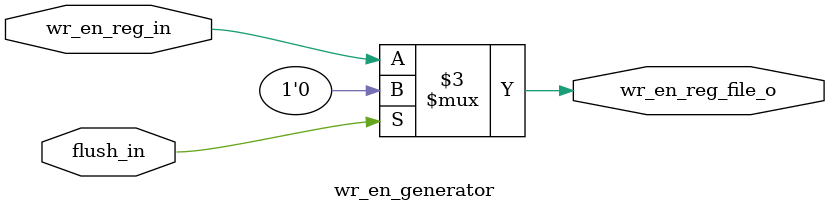
<source format=sv>
module wr_en_generator( 
  input wr_en_reg_in,
  input flush_in,
  output reg wr_en_reg_file_o
);

  always @* begin
    if (flush_in)
      wr_en_reg_file_o = 1'b0;
    else
      wr_en_reg_file_o = wr_en_reg_in;
  end

endmodule

</source>
